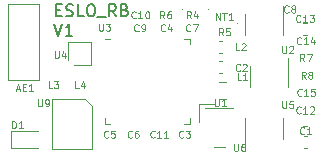
<source format=gbr>
G04 #@! TF.GenerationSoftware,KiCad,Pcbnew,(5.1.5-0-10_14)*
G04 #@! TF.CreationDate,2020-09-24T10:17:21-04:00*
G04 #@! TF.ProjectId,ESLO_RB,45534c4f-5f52-4422-9e6b-696361645f70,rev?*
G04 #@! TF.SameCoordinates,Original*
G04 #@! TF.FileFunction,Legend,Top*
G04 #@! TF.FilePolarity,Positive*
%FSLAX46Y46*%
G04 Gerber Fmt 4.6, Leading zero omitted, Abs format (unit mm)*
G04 Created by KiCad (PCBNEW (5.1.5-0-10_14)) date 2020-09-24 10:17:21*
%MOMM*%
%LPD*%
G04 APERTURE LIST*
%ADD10C,0.140000*%
%ADD11C,0.050000*%
%ADD12C,0.070000*%
G04 APERTURE END LIST*
D10*
X128779095Y-90558571D02*
X129112428Y-90558571D01*
X129255285Y-91082380D02*
X128779095Y-91082380D01*
X128779095Y-90082380D01*
X129255285Y-90082380D01*
X129636238Y-91034761D02*
X129779095Y-91082380D01*
X130017190Y-91082380D01*
X130112428Y-91034761D01*
X130160047Y-90987142D01*
X130207666Y-90891904D01*
X130207666Y-90796666D01*
X130160047Y-90701428D01*
X130112428Y-90653809D01*
X130017190Y-90606190D01*
X129826714Y-90558571D01*
X129731476Y-90510952D01*
X129683857Y-90463333D01*
X129636238Y-90368095D01*
X129636238Y-90272857D01*
X129683857Y-90177619D01*
X129731476Y-90130000D01*
X129826714Y-90082380D01*
X130064809Y-90082380D01*
X130207666Y-90130000D01*
X131112428Y-91082380D02*
X130636238Y-91082380D01*
X130636238Y-90082380D01*
X131636238Y-90082380D02*
X131826714Y-90082380D01*
X131921952Y-90130000D01*
X132017190Y-90225238D01*
X132064809Y-90415714D01*
X132064809Y-90749047D01*
X132017190Y-90939523D01*
X131921952Y-91034761D01*
X131826714Y-91082380D01*
X131636238Y-91082380D01*
X131541000Y-91034761D01*
X131445761Y-90939523D01*
X131398142Y-90749047D01*
X131398142Y-90415714D01*
X131445761Y-90225238D01*
X131541000Y-90130000D01*
X131636238Y-90082380D01*
X132255285Y-91177619D02*
X133017190Y-91177619D01*
X133826714Y-91082380D02*
X133493380Y-90606190D01*
X133255285Y-91082380D02*
X133255285Y-90082380D01*
X133636238Y-90082380D01*
X133731476Y-90130000D01*
X133779095Y-90177619D01*
X133826714Y-90272857D01*
X133826714Y-90415714D01*
X133779095Y-90510952D01*
X133731476Y-90558571D01*
X133636238Y-90606190D01*
X133255285Y-90606190D01*
X134588619Y-90558571D02*
X134731476Y-90606190D01*
X134779095Y-90653809D01*
X134826714Y-90749047D01*
X134826714Y-90891904D01*
X134779095Y-90987142D01*
X134731476Y-91034761D01*
X134636238Y-91082380D01*
X134255285Y-91082380D01*
X134255285Y-90082380D01*
X134588619Y-90082380D01*
X134683857Y-90130000D01*
X134731476Y-90177619D01*
X134779095Y-90272857D01*
X134779095Y-90368095D01*
X134731476Y-90463333D01*
X134683857Y-90510952D01*
X134588619Y-90558571D01*
X134255285Y-90558571D01*
X128636238Y-91722380D02*
X128969571Y-92722380D01*
X129302904Y-91722380D01*
X130160047Y-92722380D02*
X129588619Y-92722380D01*
X129874333Y-92722380D02*
X129874333Y-91722380D01*
X129779095Y-91865238D01*
X129683857Y-91960476D01*
X129588619Y-92008095D01*
D11*
X127300000Y-96450000D02*
X127300000Y-90050000D01*
X124700000Y-96450000D02*
X127300000Y-96450000D01*
X124700000Y-90050000D02*
X124700000Y-96450000D01*
X127300000Y-90050000D02*
X124700000Y-90050000D01*
X133365000Y-92990000D02*
X132890000Y-92990000D01*
X140110000Y-100210000D02*
X140110000Y-99735000D01*
X139635000Y-100210000D02*
X140110000Y-100210000D01*
X132890000Y-100210000D02*
X132890000Y-99735000D01*
X133365000Y-100210000D02*
X132890000Y-100210000D01*
X140110000Y-92990000D02*
X140110000Y-93465000D01*
X139635000Y-92990000D02*
X140110000Y-92990000D01*
X131750000Y-95250000D02*
X130250000Y-95250000D01*
X131750000Y-93250000D02*
X131750000Y-95250000D01*
X129750000Y-93250000D02*
X131700000Y-93250000D01*
X129750000Y-94750000D02*
X129750000Y-93250000D01*
X128400000Y-98100000D02*
X131250000Y-98100000D01*
X128400000Y-102300000D02*
X128400000Y-98200000D01*
X131800000Y-102300000D02*
X128400000Y-102300000D01*
X131800000Y-98650000D02*
X131800000Y-102300000D01*
X131250000Y-98100000D02*
X131800000Y-98650000D01*
X144740000Y-99700000D02*
X144740000Y-102150000D01*
X147960000Y-101500000D02*
X147960000Y-99700000D01*
X148410000Y-97100000D02*
X148410000Y-94650000D01*
X145190000Y-95300000D02*
X145190000Y-97100000D01*
X147960000Y-92700000D02*
X147960000Y-90250000D01*
X144740000Y-90900000D02*
X144740000Y-92700000D01*
X141350000Y-98880000D02*
X143720000Y-98880000D01*
X143100000Y-102120000D02*
X142100000Y-102120000D01*
X140900000Y-98500000D02*
X142100000Y-98500000D01*
X140900000Y-100000000D02*
X140900000Y-98500000D01*
X139455000Y-90500000D02*
G75*
G03X139455000Y-90500000I-50000J0D01*
G01*
X144140000Y-91700000D02*
G75*
G03X144140000Y-91700000I-50000J0D01*
G01*
X141655000Y-90500000D02*
G75*
G03X141655000Y-90500000I-50000J0D01*
G01*
X142850279Y-93140000D02*
X142524721Y-93140000D01*
X142850279Y-94160000D02*
X142524721Y-94160000D01*
X142603922Y-98110000D02*
X143121078Y-98110000D01*
X142603922Y-96690000D02*
X143121078Y-96690000D01*
X124977500Y-102235000D02*
X127262500Y-102235000D01*
X124977500Y-100765000D02*
X124977500Y-102235000D01*
X127262500Y-100765000D02*
X124977500Y-100765000D01*
X149674721Y-92660000D02*
X150000279Y-92660000D01*
X149674721Y-91640000D02*
X150000279Y-91640000D01*
X149699721Y-100410000D02*
X150025279Y-100410000D01*
X149699721Y-99390000D02*
X150025279Y-99390000D01*
X142524721Y-95910000D02*
X142850279Y-95910000D01*
X142524721Y-94890000D02*
X142850279Y-94890000D01*
X150050279Y-101190000D02*
X149724721Y-101190000D01*
X150050279Y-102210000D02*
X149724721Y-102210000D01*
D12*
X148450000Y-90714285D02*
X148421428Y-90742857D01*
X148335714Y-90771428D01*
X148278571Y-90771428D01*
X148192857Y-90742857D01*
X148135714Y-90685714D01*
X148107142Y-90628571D01*
X148078571Y-90514285D01*
X148078571Y-90428571D01*
X148107142Y-90314285D01*
X148135714Y-90257142D01*
X148192857Y-90200000D01*
X148278571Y-90171428D01*
X148335714Y-90171428D01*
X148421428Y-90200000D01*
X148450000Y-90228571D01*
X148792857Y-90428571D02*
X148735714Y-90400000D01*
X148707142Y-90371428D01*
X148678571Y-90314285D01*
X148678571Y-90285714D01*
X148707142Y-90228571D01*
X148735714Y-90200000D01*
X148792857Y-90171428D01*
X148907142Y-90171428D01*
X148964285Y-90200000D01*
X148992857Y-90228571D01*
X149021428Y-90285714D01*
X149021428Y-90314285D01*
X148992857Y-90371428D01*
X148964285Y-90400000D01*
X148907142Y-90428571D01*
X148792857Y-90428571D01*
X148735714Y-90457142D01*
X148707142Y-90485714D01*
X148678571Y-90542857D01*
X148678571Y-90657142D01*
X148707142Y-90714285D01*
X148735714Y-90742857D01*
X148792857Y-90771428D01*
X148907142Y-90771428D01*
X148964285Y-90742857D01*
X148992857Y-90714285D01*
X149021428Y-90657142D01*
X149021428Y-90542857D01*
X148992857Y-90485714D01*
X148964285Y-90457142D01*
X148907142Y-90428571D01*
X125400000Y-97225000D02*
X125685714Y-97225000D01*
X125342857Y-97396428D02*
X125542857Y-96796428D01*
X125742857Y-97396428D01*
X125942857Y-97082142D02*
X126142857Y-97082142D01*
X126228571Y-97396428D02*
X125942857Y-97396428D01*
X125942857Y-96796428D01*
X126228571Y-96796428D01*
X126800000Y-97396428D02*
X126457142Y-97396428D01*
X126628571Y-97396428D02*
X126628571Y-96796428D01*
X126571428Y-96882142D01*
X126514285Y-96939285D01*
X126457142Y-96967857D01*
X130700000Y-97171428D02*
X130414285Y-97171428D01*
X130414285Y-96571428D01*
X131157142Y-96771428D02*
X131157142Y-97171428D01*
X131014285Y-96542857D02*
X130871428Y-96971428D01*
X131242857Y-96971428D01*
X128450000Y-97171428D02*
X128164285Y-97171428D01*
X128164285Y-96571428D01*
X128592857Y-96571428D02*
X128964285Y-96571428D01*
X128764285Y-96800000D01*
X128850000Y-96800000D01*
X128907142Y-96828571D01*
X128935714Y-96857142D01*
X128964285Y-96914285D01*
X128964285Y-97057142D01*
X128935714Y-97114285D01*
X128907142Y-97142857D01*
X128850000Y-97171428D01*
X128678571Y-97171428D01*
X128621428Y-97142857D01*
X128592857Y-97114285D01*
X132402857Y-91701428D02*
X132402857Y-92187142D01*
X132431428Y-92244285D01*
X132460000Y-92272857D01*
X132517142Y-92301428D01*
X132631428Y-92301428D01*
X132688571Y-92272857D01*
X132717142Y-92244285D01*
X132745714Y-92187142D01*
X132745714Y-91701428D01*
X132974285Y-91701428D02*
X133345714Y-91701428D01*
X133145714Y-91930000D01*
X133231428Y-91930000D01*
X133288571Y-91958571D01*
X133317142Y-91987142D01*
X133345714Y-92044285D01*
X133345714Y-92187142D01*
X133317142Y-92244285D01*
X133288571Y-92272857D01*
X133231428Y-92301428D01*
X133060000Y-92301428D01*
X133002857Y-92272857D01*
X132974285Y-92244285D01*
X128642857Y-94021428D02*
X128642857Y-94507142D01*
X128671428Y-94564285D01*
X128700000Y-94592857D01*
X128757142Y-94621428D01*
X128871428Y-94621428D01*
X128928571Y-94592857D01*
X128957142Y-94564285D01*
X128985714Y-94507142D01*
X128985714Y-94021428D01*
X129528571Y-94221428D02*
X129528571Y-94621428D01*
X129385714Y-93992857D02*
X129242857Y-94421428D01*
X129614285Y-94421428D01*
X138000000Y-92314285D02*
X137971428Y-92342857D01*
X137885714Y-92371428D01*
X137828571Y-92371428D01*
X137742857Y-92342857D01*
X137685714Y-92285714D01*
X137657142Y-92228571D01*
X137628571Y-92114285D01*
X137628571Y-92028571D01*
X137657142Y-91914285D01*
X137685714Y-91857142D01*
X137742857Y-91800000D01*
X137828571Y-91771428D01*
X137885714Y-91771428D01*
X137971428Y-91800000D01*
X138000000Y-91828571D01*
X138514285Y-91971428D02*
X138514285Y-92371428D01*
X138371428Y-91742857D02*
X138228571Y-92171428D01*
X138600000Y-92171428D01*
X127242857Y-98121428D02*
X127242857Y-98607142D01*
X127271428Y-98664285D01*
X127300000Y-98692857D01*
X127357142Y-98721428D01*
X127471428Y-98721428D01*
X127528571Y-98692857D01*
X127557142Y-98664285D01*
X127585714Y-98607142D01*
X127585714Y-98121428D01*
X127900000Y-98721428D02*
X128014285Y-98721428D01*
X128071428Y-98692857D01*
X128100000Y-98664285D01*
X128157142Y-98578571D01*
X128185714Y-98464285D01*
X128185714Y-98235714D01*
X128157142Y-98178571D01*
X128128571Y-98150000D01*
X128071428Y-98121428D01*
X127957142Y-98121428D01*
X127900000Y-98150000D01*
X127871428Y-98178571D01*
X127842857Y-98235714D01*
X127842857Y-98378571D01*
X127871428Y-98435714D01*
X127900000Y-98464285D01*
X127957142Y-98492857D01*
X128071428Y-98492857D01*
X128128571Y-98464285D01*
X128157142Y-98435714D01*
X128185714Y-98378571D01*
X143842857Y-101881428D02*
X143842857Y-102367142D01*
X143871428Y-102424285D01*
X143900000Y-102452857D01*
X143957142Y-102481428D01*
X144071428Y-102481428D01*
X144128571Y-102452857D01*
X144157142Y-102424285D01*
X144185714Y-102367142D01*
X144185714Y-101881428D01*
X144728571Y-101881428D02*
X144614285Y-101881428D01*
X144557142Y-101910000D01*
X144528571Y-101938571D01*
X144471428Y-102024285D01*
X144442857Y-102138571D01*
X144442857Y-102367142D01*
X144471428Y-102424285D01*
X144500000Y-102452857D01*
X144557142Y-102481428D01*
X144671428Y-102481428D01*
X144728571Y-102452857D01*
X144757142Y-102424285D01*
X144785714Y-102367142D01*
X144785714Y-102224285D01*
X144757142Y-102167142D01*
X144728571Y-102138571D01*
X144671428Y-102110000D01*
X144557142Y-102110000D01*
X144500000Y-102138571D01*
X144471428Y-102167142D01*
X144442857Y-102224285D01*
X147912857Y-98241428D02*
X147912857Y-98727142D01*
X147941428Y-98784285D01*
X147970000Y-98812857D01*
X148027142Y-98841428D01*
X148141428Y-98841428D01*
X148198571Y-98812857D01*
X148227142Y-98784285D01*
X148255714Y-98727142D01*
X148255714Y-98241428D01*
X148827142Y-98241428D02*
X148541428Y-98241428D01*
X148512857Y-98527142D01*
X148541428Y-98498571D01*
X148598571Y-98470000D01*
X148741428Y-98470000D01*
X148798571Y-98498571D01*
X148827142Y-98527142D01*
X148855714Y-98584285D01*
X148855714Y-98727142D01*
X148827142Y-98784285D01*
X148798571Y-98812857D01*
X148741428Y-98841428D01*
X148598571Y-98841428D01*
X148541428Y-98812857D01*
X148512857Y-98784285D01*
X147912857Y-93611428D02*
X147912857Y-94097142D01*
X147941428Y-94154285D01*
X147970000Y-94182857D01*
X148027142Y-94211428D01*
X148141428Y-94211428D01*
X148198571Y-94182857D01*
X148227142Y-94154285D01*
X148255714Y-94097142D01*
X148255714Y-93611428D01*
X148512857Y-93668571D02*
X148541428Y-93640000D01*
X148598571Y-93611428D01*
X148741428Y-93611428D01*
X148798571Y-93640000D01*
X148827142Y-93668571D01*
X148855714Y-93725714D01*
X148855714Y-93782857D01*
X148827142Y-93868571D01*
X148484285Y-94211428D01*
X148855714Y-94211428D01*
X142192857Y-98121428D02*
X142192857Y-98607142D01*
X142221428Y-98664285D01*
X142250000Y-98692857D01*
X142307142Y-98721428D01*
X142421428Y-98721428D01*
X142478571Y-98692857D01*
X142507142Y-98664285D01*
X142535714Y-98607142D01*
X142535714Y-98121428D01*
X143135714Y-98721428D02*
X142792857Y-98721428D01*
X142964285Y-98721428D02*
X142964285Y-98121428D01*
X142907142Y-98207142D01*
X142850000Y-98264285D01*
X142792857Y-98292857D01*
X149900000Y-96371428D02*
X149700000Y-96085714D01*
X149557142Y-96371428D02*
X149557142Y-95771428D01*
X149785714Y-95771428D01*
X149842857Y-95800000D01*
X149871428Y-95828571D01*
X149900000Y-95885714D01*
X149900000Y-95971428D01*
X149871428Y-96028571D01*
X149842857Y-96057142D01*
X149785714Y-96085714D01*
X149557142Y-96085714D01*
X150242857Y-96028571D02*
X150185714Y-96000000D01*
X150157142Y-95971428D01*
X150128571Y-95914285D01*
X150128571Y-95885714D01*
X150157142Y-95828571D01*
X150185714Y-95800000D01*
X150242857Y-95771428D01*
X150357142Y-95771428D01*
X150414285Y-95800000D01*
X150442857Y-95828571D01*
X150471428Y-95885714D01*
X150471428Y-95914285D01*
X150442857Y-95971428D01*
X150414285Y-96000000D01*
X150357142Y-96028571D01*
X150242857Y-96028571D01*
X150185714Y-96057142D01*
X150157142Y-96085714D01*
X150128571Y-96142857D01*
X150128571Y-96257142D01*
X150157142Y-96314285D01*
X150185714Y-96342857D01*
X150242857Y-96371428D01*
X150357142Y-96371428D01*
X150414285Y-96342857D01*
X150442857Y-96314285D01*
X150471428Y-96257142D01*
X150471428Y-96142857D01*
X150442857Y-96085714D01*
X150414285Y-96057142D01*
X150357142Y-96028571D01*
X149800000Y-94871428D02*
X149600000Y-94585714D01*
X149457142Y-94871428D02*
X149457142Y-94271428D01*
X149685714Y-94271428D01*
X149742857Y-94300000D01*
X149771428Y-94328571D01*
X149800000Y-94385714D01*
X149800000Y-94471428D01*
X149771428Y-94528571D01*
X149742857Y-94557142D01*
X149685714Y-94585714D01*
X149457142Y-94585714D01*
X150000000Y-94271428D02*
X150400000Y-94271428D01*
X150142857Y-94871428D01*
X137950000Y-91271428D02*
X137750000Y-90985714D01*
X137607142Y-91271428D02*
X137607142Y-90671428D01*
X137835714Y-90671428D01*
X137892857Y-90700000D01*
X137921428Y-90728571D01*
X137950000Y-90785714D01*
X137950000Y-90871428D01*
X137921428Y-90928571D01*
X137892857Y-90957142D01*
X137835714Y-90985714D01*
X137607142Y-90985714D01*
X138464285Y-90671428D02*
X138350000Y-90671428D01*
X138292857Y-90700000D01*
X138264285Y-90728571D01*
X138207142Y-90814285D01*
X138178571Y-90928571D01*
X138178571Y-91157142D01*
X138207142Y-91214285D01*
X138235714Y-91242857D01*
X138292857Y-91271428D01*
X138407142Y-91271428D01*
X138464285Y-91242857D01*
X138492857Y-91214285D01*
X138521428Y-91157142D01*
X138521428Y-91014285D01*
X138492857Y-90957142D01*
X138464285Y-90928571D01*
X138407142Y-90900000D01*
X138292857Y-90900000D01*
X138235714Y-90928571D01*
X138207142Y-90957142D01*
X138178571Y-91014285D01*
X142920000Y-92691428D02*
X142720000Y-92405714D01*
X142577142Y-92691428D02*
X142577142Y-92091428D01*
X142805714Y-92091428D01*
X142862857Y-92120000D01*
X142891428Y-92148571D01*
X142920000Y-92205714D01*
X142920000Y-92291428D01*
X142891428Y-92348571D01*
X142862857Y-92377142D01*
X142805714Y-92405714D01*
X142577142Y-92405714D01*
X143462857Y-92091428D02*
X143177142Y-92091428D01*
X143148571Y-92377142D01*
X143177142Y-92348571D01*
X143234285Y-92320000D01*
X143377142Y-92320000D01*
X143434285Y-92348571D01*
X143462857Y-92377142D01*
X143491428Y-92434285D01*
X143491428Y-92577142D01*
X143462857Y-92634285D01*
X143434285Y-92662857D01*
X143377142Y-92691428D01*
X143234285Y-92691428D01*
X143177142Y-92662857D01*
X143148571Y-92634285D01*
X140200000Y-91271428D02*
X140000000Y-90985714D01*
X139857142Y-91271428D02*
X139857142Y-90671428D01*
X140085714Y-90671428D01*
X140142857Y-90700000D01*
X140171428Y-90728571D01*
X140200000Y-90785714D01*
X140200000Y-90871428D01*
X140171428Y-90928571D01*
X140142857Y-90957142D01*
X140085714Y-90985714D01*
X139857142Y-90985714D01*
X140714285Y-90871428D02*
X140714285Y-91271428D01*
X140571428Y-90642857D02*
X140428571Y-91071428D01*
X140800000Y-91071428D01*
X142314285Y-91371428D02*
X142314285Y-90771428D01*
X142657142Y-91371428D01*
X142657142Y-90771428D01*
X142857142Y-90771428D02*
X143200000Y-90771428D01*
X143028571Y-91371428D02*
X143028571Y-90771428D01*
X143714285Y-91371428D02*
X143371428Y-91371428D01*
X143542857Y-91371428D02*
X143542857Y-90771428D01*
X143485714Y-90857142D01*
X143428571Y-90914285D01*
X143371428Y-90942857D01*
X144300000Y-93971428D02*
X144014285Y-93971428D01*
X144014285Y-93371428D01*
X144471428Y-93428571D02*
X144500000Y-93400000D01*
X144557142Y-93371428D01*
X144700000Y-93371428D01*
X144757142Y-93400000D01*
X144785714Y-93428571D01*
X144814285Y-93485714D01*
X144814285Y-93542857D01*
X144785714Y-93628571D01*
X144442857Y-93971428D01*
X144814285Y-93971428D01*
X144450000Y-96471428D02*
X144164285Y-96471428D01*
X144164285Y-95871428D01*
X144964285Y-96471428D02*
X144621428Y-96471428D01*
X144792857Y-96471428D02*
X144792857Y-95871428D01*
X144735714Y-95957142D01*
X144678571Y-96014285D01*
X144621428Y-96042857D01*
X125032142Y-100571428D02*
X125032142Y-99971428D01*
X125175000Y-99971428D01*
X125260714Y-100000000D01*
X125317857Y-100057142D01*
X125346428Y-100114285D01*
X125375000Y-100228571D01*
X125375000Y-100314285D01*
X125346428Y-100428571D01*
X125317857Y-100485714D01*
X125260714Y-100542857D01*
X125175000Y-100571428D01*
X125032142Y-100571428D01*
X125946428Y-100571428D02*
X125603571Y-100571428D01*
X125775000Y-100571428D02*
X125775000Y-99971428D01*
X125717857Y-100057142D01*
X125660714Y-100114285D01*
X125603571Y-100142857D01*
X149564285Y-97764285D02*
X149535714Y-97792857D01*
X149450000Y-97821428D01*
X149392857Y-97821428D01*
X149307142Y-97792857D01*
X149250000Y-97735714D01*
X149221428Y-97678571D01*
X149192857Y-97564285D01*
X149192857Y-97478571D01*
X149221428Y-97364285D01*
X149250000Y-97307142D01*
X149307142Y-97250000D01*
X149392857Y-97221428D01*
X149450000Y-97221428D01*
X149535714Y-97250000D01*
X149564285Y-97278571D01*
X150135714Y-97821428D02*
X149792857Y-97821428D01*
X149964285Y-97821428D02*
X149964285Y-97221428D01*
X149907142Y-97307142D01*
X149850000Y-97364285D01*
X149792857Y-97392857D01*
X150678571Y-97221428D02*
X150392857Y-97221428D01*
X150364285Y-97507142D01*
X150392857Y-97478571D01*
X150450000Y-97450000D01*
X150592857Y-97450000D01*
X150650000Y-97478571D01*
X150678571Y-97507142D01*
X150707142Y-97564285D01*
X150707142Y-97707142D01*
X150678571Y-97764285D01*
X150650000Y-97792857D01*
X150592857Y-97821428D01*
X150450000Y-97821428D01*
X150392857Y-97792857D01*
X150364285Y-97764285D01*
X149514285Y-93414285D02*
X149485714Y-93442857D01*
X149400000Y-93471428D01*
X149342857Y-93471428D01*
X149257142Y-93442857D01*
X149200000Y-93385714D01*
X149171428Y-93328571D01*
X149142857Y-93214285D01*
X149142857Y-93128571D01*
X149171428Y-93014285D01*
X149200000Y-92957142D01*
X149257142Y-92900000D01*
X149342857Y-92871428D01*
X149400000Y-92871428D01*
X149485714Y-92900000D01*
X149514285Y-92928571D01*
X150085714Y-93471428D02*
X149742857Y-93471428D01*
X149914285Y-93471428D02*
X149914285Y-92871428D01*
X149857142Y-92957142D01*
X149800000Y-93014285D01*
X149742857Y-93042857D01*
X150600000Y-93071428D02*
X150600000Y-93471428D01*
X150457142Y-92842857D02*
X150314285Y-93271428D01*
X150685714Y-93271428D01*
X149464285Y-91514285D02*
X149435714Y-91542857D01*
X149350000Y-91571428D01*
X149292857Y-91571428D01*
X149207142Y-91542857D01*
X149150000Y-91485714D01*
X149121428Y-91428571D01*
X149092857Y-91314285D01*
X149092857Y-91228571D01*
X149121428Y-91114285D01*
X149150000Y-91057142D01*
X149207142Y-91000000D01*
X149292857Y-90971428D01*
X149350000Y-90971428D01*
X149435714Y-91000000D01*
X149464285Y-91028571D01*
X150035714Y-91571428D02*
X149692857Y-91571428D01*
X149864285Y-91571428D02*
X149864285Y-90971428D01*
X149807142Y-91057142D01*
X149750000Y-91114285D01*
X149692857Y-91142857D01*
X150235714Y-90971428D02*
X150607142Y-90971428D01*
X150407142Y-91200000D01*
X150492857Y-91200000D01*
X150550000Y-91228571D01*
X150578571Y-91257142D01*
X150607142Y-91314285D01*
X150607142Y-91457142D01*
X150578571Y-91514285D01*
X150550000Y-91542857D01*
X150492857Y-91571428D01*
X150321428Y-91571428D01*
X150264285Y-91542857D01*
X150235714Y-91514285D01*
X149476785Y-99264285D02*
X149448214Y-99292857D01*
X149362500Y-99321428D01*
X149305357Y-99321428D01*
X149219642Y-99292857D01*
X149162500Y-99235714D01*
X149133928Y-99178571D01*
X149105357Y-99064285D01*
X149105357Y-98978571D01*
X149133928Y-98864285D01*
X149162500Y-98807142D01*
X149219642Y-98750000D01*
X149305357Y-98721428D01*
X149362500Y-98721428D01*
X149448214Y-98750000D01*
X149476785Y-98778571D01*
X150048214Y-99321428D02*
X149705357Y-99321428D01*
X149876785Y-99321428D02*
X149876785Y-98721428D01*
X149819642Y-98807142D01*
X149762500Y-98864285D01*
X149705357Y-98892857D01*
X150276785Y-98778571D02*
X150305357Y-98750000D01*
X150362500Y-98721428D01*
X150505357Y-98721428D01*
X150562500Y-98750000D01*
X150591071Y-98778571D01*
X150619642Y-98835714D01*
X150619642Y-98892857D01*
X150591071Y-98978571D01*
X150248214Y-99321428D01*
X150619642Y-99321428D01*
X137114285Y-101314285D02*
X137085714Y-101342857D01*
X137000000Y-101371428D01*
X136942857Y-101371428D01*
X136857142Y-101342857D01*
X136800000Y-101285714D01*
X136771428Y-101228571D01*
X136742857Y-101114285D01*
X136742857Y-101028571D01*
X136771428Y-100914285D01*
X136800000Y-100857142D01*
X136857142Y-100800000D01*
X136942857Y-100771428D01*
X137000000Y-100771428D01*
X137085714Y-100800000D01*
X137114285Y-100828571D01*
X137685714Y-101371428D02*
X137342857Y-101371428D01*
X137514285Y-101371428D02*
X137514285Y-100771428D01*
X137457142Y-100857142D01*
X137400000Y-100914285D01*
X137342857Y-100942857D01*
X138257142Y-101371428D02*
X137914285Y-101371428D01*
X138085714Y-101371428D02*
X138085714Y-100771428D01*
X138028571Y-100857142D01*
X137971428Y-100914285D01*
X137914285Y-100942857D01*
X140150000Y-92314285D02*
X140121428Y-92342857D01*
X140035714Y-92371428D01*
X139978571Y-92371428D01*
X139892857Y-92342857D01*
X139835714Y-92285714D01*
X139807142Y-92228571D01*
X139778571Y-92114285D01*
X139778571Y-92028571D01*
X139807142Y-91914285D01*
X139835714Y-91857142D01*
X139892857Y-91800000D01*
X139978571Y-91771428D01*
X140035714Y-91771428D01*
X140121428Y-91800000D01*
X140150000Y-91828571D01*
X140350000Y-91771428D02*
X140750000Y-91771428D01*
X140492857Y-92371428D01*
X133200000Y-101314285D02*
X133171428Y-101342857D01*
X133085714Y-101371428D01*
X133028571Y-101371428D01*
X132942857Y-101342857D01*
X132885714Y-101285714D01*
X132857142Y-101228571D01*
X132828571Y-101114285D01*
X132828571Y-101028571D01*
X132857142Y-100914285D01*
X132885714Y-100857142D01*
X132942857Y-100800000D01*
X133028571Y-100771428D01*
X133085714Y-100771428D01*
X133171428Y-100800000D01*
X133200000Y-100828571D01*
X133742857Y-100771428D02*
X133457142Y-100771428D01*
X133428571Y-101057142D01*
X133457142Y-101028571D01*
X133514285Y-101000000D01*
X133657142Y-101000000D01*
X133714285Y-101028571D01*
X133742857Y-101057142D01*
X133771428Y-101114285D01*
X133771428Y-101257142D01*
X133742857Y-101314285D01*
X133714285Y-101342857D01*
X133657142Y-101371428D01*
X133514285Y-101371428D01*
X133457142Y-101342857D01*
X133428571Y-101314285D01*
X135200000Y-101314285D02*
X135171428Y-101342857D01*
X135085714Y-101371428D01*
X135028571Y-101371428D01*
X134942857Y-101342857D01*
X134885714Y-101285714D01*
X134857142Y-101228571D01*
X134828571Y-101114285D01*
X134828571Y-101028571D01*
X134857142Y-100914285D01*
X134885714Y-100857142D01*
X134942857Y-100800000D01*
X135028571Y-100771428D01*
X135085714Y-100771428D01*
X135171428Y-100800000D01*
X135200000Y-100828571D01*
X135714285Y-100771428D02*
X135600000Y-100771428D01*
X135542857Y-100800000D01*
X135514285Y-100828571D01*
X135457142Y-100914285D01*
X135428571Y-101028571D01*
X135428571Y-101257142D01*
X135457142Y-101314285D01*
X135485714Y-101342857D01*
X135542857Y-101371428D01*
X135657142Y-101371428D01*
X135714285Y-101342857D01*
X135742857Y-101314285D01*
X135771428Y-101257142D01*
X135771428Y-101114285D01*
X135742857Y-101057142D01*
X135714285Y-101028571D01*
X135657142Y-101000000D01*
X135542857Y-101000000D01*
X135485714Y-101028571D01*
X135457142Y-101057142D01*
X135428571Y-101114285D01*
X135750000Y-92314285D02*
X135721428Y-92342857D01*
X135635714Y-92371428D01*
X135578571Y-92371428D01*
X135492857Y-92342857D01*
X135435714Y-92285714D01*
X135407142Y-92228571D01*
X135378571Y-92114285D01*
X135378571Y-92028571D01*
X135407142Y-91914285D01*
X135435714Y-91857142D01*
X135492857Y-91800000D01*
X135578571Y-91771428D01*
X135635714Y-91771428D01*
X135721428Y-91800000D01*
X135750000Y-91828571D01*
X136035714Y-92371428D02*
X136150000Y-92371428D01*
X136207142Y-92342857D01*
X136235714Y-92314285D01*
X136292857Y-92228571D01*
X136321428Y-92114285D01*
X136321428Y-91885714D01*
X136292857Y-91828571D01*
X136264285Y-91800000D01*
X136207142Y-91771428D01*
X136092857Y-91771428D01*
X136035714Y-91800000D01*
X136007142Y-91828571D01*
X135978571Y-91885714D01*
X135978571Y-92028571D01*
X136007142Y-92085714D01*
X136035714Y-92114285D01*
X136092857Y-92142857D01*
X136207142Y-92142857D01*
X136264285Y-92114285D01*
X136292857Y-92085714D01*
X136321428Y-92028571D01*
X135514285Y-91214285D02*
X135485714Y-91242857D01*
X135400000Y-91271428D01*
X135342857Y-91271428D01*
X135257142Y-91242857D01*
X135200000Y-91185714D01*
X135171428Y-91128571D01*
X135142857Y-91014285D01*
X135142857Y-90928571D01*
X135171428Y-90814285D01*
X135200000Y-90757142D01*
X135257142Y-90700000D01*
X135342857Y-90671428D01*
X135400000Y-90671428D01*
X135485714Y-90700000D01*
X135514285Y-90728571D01*
X136085714Y-91271428D02*
X135742857Y-91271428D01*
X135914285Y-91271428D02*
X135914285Y-90671428D01*
X135857142Y-90757142D01*
X135800000Y-90814285D01*
X135742857Y-90842857D01*
X136457142Y-90671428D02*
X136514285Y-90671428D01*
X136571428Y-90700000D01*
X136600000Y-90728571D01*
X136628571Y-90785714D01*
X136657142Y-90900000D01*
X136657142Y-91042857D01*
X136628571Y-91157142D01*
X136600000Y-91214285D01*
X136571428Y-91242857D01*
X136514285Y-91271428D01*
X136457142Y-91271428D01*
X136400000Y-91242857D01*
X136371428Y-91214285D01*
X136342857Y-91157142D01*
X136314285Y-91042857D01*
X136314285Y-90900000D01*
X136342857Y-90785714D01*
X136371428Y-90728571D01*
X136400000Y-90700000D01*
X136457142Y-90671428D01*
X139550000Y-101314285D02*
X139521428Y-101342857D01*
X139435714Y-101371428D01*
X139378571Y-101371428D01*
X139292857Y-101342857D01*
X139235714Y-101285714D01*
X139207142Y-101228571D01*
X139178571Y-101114285D01*
X139178571Y-101028571D01*
X139207142Y-100914285D01*
X139235714Y-100857142D01*
X139292857Y-100800000D01*
X139378571Y-100771428D01*
X139435714Y-100771428D01*
X139521428Y-100800000D01*
X139550000Y-100828571D01*
X139750000Y-100771428D02*
X140121428Y-100771428D01*
X139921428Y-101000000D01*
X140007142Y-101000000D01*
X140064285Y-101028571D01*
X140092857Y-101057142D01*
X140121428Y-101114285D01*
X140121428Y-101257142D01*
X140092857Y-101314285D01*
X140064285Y-101342857D01*
X140007142Y-101371428D01*
X139835714Y-101371428D01*
X139778571Y-101342857D01*
X139750000Y-101314285D01*
X144350000Y-95664285D02*
X144321428Y-95692857D01*
X144235714Y-95721428D01*
X144178571Y-95721428D01*
X144092857Y-95692857D01*
X144035714Y-95635714D01*
X144007142Y-95578571D01*
X143978571Y-95464285D01*
X143978571Y-95378571D01*
X144007142Y-95264285D01*
X144035714Y-95207142D01*
X144092857Y-95150000D01*
X144178571Y-95121428D01*
X144235714Y-95121428D01*
X144321428Y-95150000D01*
X144350000Y-95178571D01*
X144578571Y-95178571D02*
X144607142Y-95150000D01*
X144664285Y-95121428D01*
X144807142Y-95121428D01*
X144864285Y-95150000D01*
X144892857Y-95178571D01*
X144921428Y-95235714D01*
X144921428Y-95292857D01*
X144892857Y-95378571D01*
X144550000Y-95721428D01*
X144921428Y-95721428D01*
X149800000Y-101014285D02*
X149771428Y-101042857D01*
X149685714Y-101071428D01*
X149628571Y-101071428D01*
X149542857Y-101042857D01*
X149485714Y-100985714D01*
X149457142Y-100928571D01*
X149428571Y-100814285D01*
X149428571Y-100728571D01*
X149457142Y-100614285D01*
X149485714Y-100557142D01*
X149542857Y-100500000D01*
X149628571Y-100471428D01*
X149685714Y-100471428D01*
X149771428Y-100500000D01*
X149800000Y-100528571D01*
X150371428Y-101071428D02*
X150028571Y-101071428D01*
X150200000Y-101071428D02*
X150200000Y-100471428D01*
X150142857Y-100557142D01*
X150085714Y-100614285D01*
X150028571Y-100642857D01*
M02*

</source>
